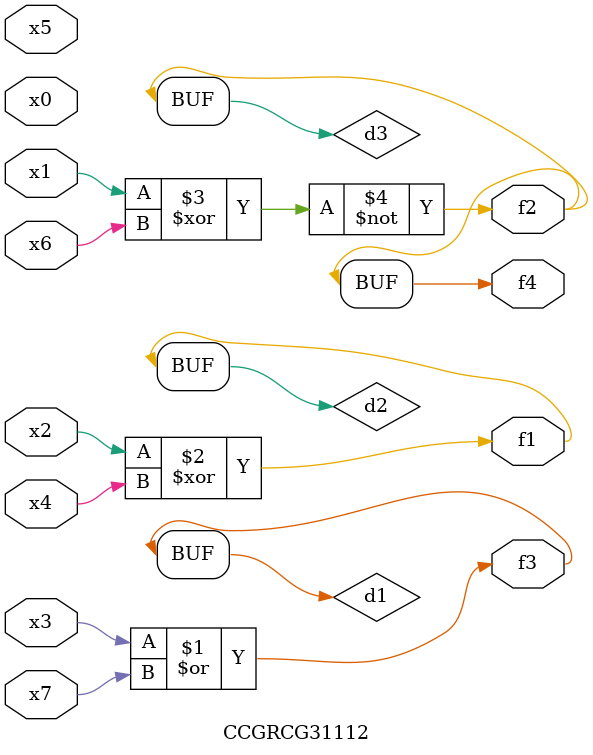
<source format=v>
module CCGRCG31112(
	input x0, x1, x2, x3, x4, x5, x6, x7,
	output f1, f2, f3, f4
);

	wire d1, d2, d3;

	or (d1, x3, x7);
	xor (d2, x2, x4);
	xnor (d3, x1, x6);
	assign f1 = d2;
	assign f2 = d3;
	assign f3 = d1;
	assign f4 = d3;
endmodule

</source>
